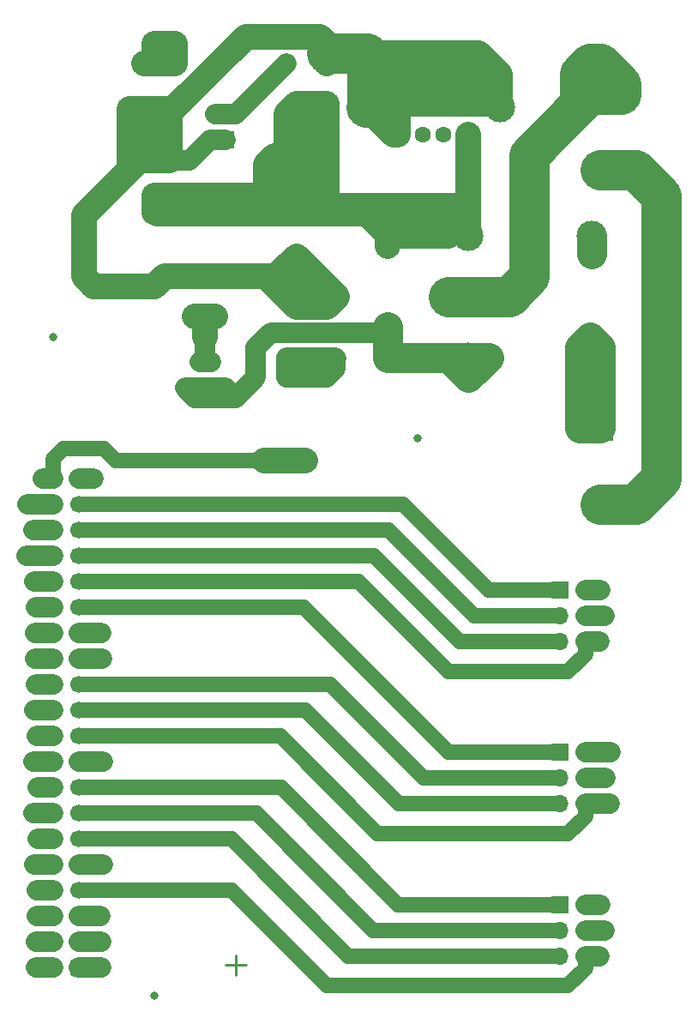
<source format=gbr>
%TF.GenerationSoftware,KiCad,Pcbnew,5.1.9*%
%TF.CreationDate,2021-04-25T21:33:00+02:00*%
%TF.ProjectId,splitter,73706c69-7474-4657-922e-6b696361645f,rev?*%
%TF.SameCoordinates,Original*%
%TF.FileFunction,Copper,L2,Bot*%
%TF.FilePolarity,Positive*%
%FSLAX46Y46*%
G04 Gerber Fmt 4.6, Leading zero omitted, Abs format (unit mm)*
G04 Created by KiCad (PCBNEW 5.1.9) date 2021-04-25 21:33:00*
%MOMM*%
%LPD*%
G01*
G04 APERTURE LIST*
%TA.AperFunction,ComponentPad*%
%ADD10C,2.500000*%
%TD*%
%TA.AperFunction,ComponentPad*%
%ADD11R,2.500000X2.500000*%
%TD*%
%TA.AperFunction,ComponentPad*%
%ADD12C,3.000000*%
%TD*%
%TA.AperFunction,ComponentPad*%
%ADD13C,1.800000*%
%TD*%
%TA.AperFunction,ComponentPad*%
%ADD14R,1.800000X1.800000*%
%TD*%
%TA.AperFunction,ComponentPad*%
%ADD15O,1.600000X1.600000*%
%TD*%
%TA.AperFunction,ComponentPad*%
%ADD16C,1.600000*%
%TD*%
%TA.AperFunction,ComponentPad*%
%ADD17C,2.000000*%
%TD*%
%TA.AperFunction,ComponentPad*%
%ADD18R,2.000000X2.000000*%
%TD*%
%TA.AperFunction,ComponentPad*%
%ADD19C,1.700000*%
%TD*%
%TA.AperFunction,ComponentPad*%
%ADD20O,1.800000X1.800000*%
%TD*%
%TA.AperFunction,ComponentPad*%
%ADD21R,1.700000X1.700000*%
%TD*%
%TA.AperFunction,ComponentPad*%
%ADD22O,1.700000X1.700000*%
%TD*%
%TA.AperFunction,ComponentPad*%
%ADD23C,2.600000*%
%TD*%
%TA.AperFunction,ComponentPad*%
%ADD24R,1.600000X1.600000*%
%TD*%
%TA.AperFunction,ViaPad*%
%ADD25C,0.800000*%
%TD*%
%TA.AperFunction,Conductor*%
%ADD26C,0.250000*%
%TD*%
%TA.AperFunction,Conductor*%
%ADD27C,2.000000*%
%TD*%
%TA.AperFunction,Conductor*%
%ADD28C,2.500000*%
%TD*%
%TA.AperFunction,Conductor*%
%ADD29C,1.500000*%
%TD*%
%TA.AperFunction,Conductor*%
%ADD30C,4.000000*%
%TD*%
%TA.AperFunction,Conductor*%
%ADD31C,3.000000*%
%TD*%
G04 APERTURE END LIST*
D10*
%TO.P,J7,2*%
%TO.N,/230V-N*%
X176000000Y-53500000D03*
D11*
%TO.P,J7,1*%
%TO.N,Net-(J7-Pad1)*%
X176000000Y-46000000D03*
%TD*%
D10*
%TO.P,J6,2*%
%TO.N,/230V-N*%
X176000000Y-86500000D03*
D11*
%TO.P,J6,1*%
%TO.N,/230V-L*%
X176000000Y-79000000D03*
%TD*%
D12*
%TO.P,K0,A2*%
%TO.N,Net-(D1-Pad2)*%
X163000000Y-72000000D03*
%TO.P,K0,14*%
%TO.N,/230V-L*%
X175200000Y-72000000D03*
%TO.P,K0,12*%
%TO.N,Net-(K0-Pad12)*%
X175200000Y-60000000D03*
%TO.P,K0,A1*%
%TO.N,/5V+*%
X163000000Y-60000000D03*
%TO.P,K0,11*%
%TO.N,Net-(J7-Pad1)*%
X161000000Y-66000000D03*
%TD*%
D13*
%TO.P,D2,2*%
%TO.N,Net-(D2-Pad2)*%
X137000000Y-72460000D03*
D14*
%TO.P,D2,1*%
%TO.N,Net-(D1-Pad2)*%
X137000000Y-75000000D03*
%TD*%
D15*
%TO.P,R1,2*%
%TO.N,/5V+*%
X137000000Y-57840000D03*
D16*
%TO.P,R1,1*%
%TO.N,Net-(D2-Pad2)*%
X137000000Y-68000000D03*
%TD*%
D17*
%TO.P,C3,2*%
%TO.N,Earth*%
X146000000Y-62000000D03*
D18*
%TO.P,C3,1*%
%TO.N,/5V+*%
X146000000Y-57000000D03*
%TD*%
D16*
%TO.P,C0,2*%
%TO.N,Earth*%
X149000000Y-42000000D03*
%TO.P,C0,1*%
%TO.N,/5V+*%
X149000000Y-47000000D03*
%TD*%
D19*
%TO.P,J0,40*%
%TO.N,/SIREN_gpio:21*%
X122000000Y-84000000D03*
%TO.P,J0,38*%
%TO.N,Net-(J0-Pad38)*%
X122000000Y-86540000D03*
%TO.P,J0,36*%
%TO.N,Net-(J0-Pad36)*%
X122000000Y-89080000D03*
%TO.P,J0,34*%
%TO.N,Net-(J0-Pad34)*%
X122000000Y-91620000D03*
%TO.P,J0,32*%
%TO.N,Net-(J0-Pad32)*%
X122000000Y-94160000D03*
%TO.P,J0,30*%
%TO.N,Net-(J0-Pad30)*%
X122000000Y-96700000D03*
%TO.P,J0,28*%
%TO.N,Net-(J0-Pad28)*%
X122000000Y-99240000D03*
%TO.P,J0,26*%
%TO.N,Net-(J0-Pad26)*%
X122000000Y-101780000D03*
%TO.P,J0,24*%
%TO.N,Net-(J0-Pad24)*%
X122000000Y-104320000D03*
%TO.P,J0,22*%
%TO.N,Net-(J0-Pad22)*%
X122000000Y-106860000D03*
%TO.P,J0,20*%
%TO.N,Net-(J0-Pad20)*%
X122000000Y-109400000D03*
%TO.P,J0,18*%
%TO.N,Net-(J0-Pad18)*%
X122000000Y-111940000D03*
%TO.P,J0,16*%
%TO.N,Net-(J0-Pad16)*%
X122000000Y-114480000D03*
%TO.P,J0,14*%
%TO.N,Net-(J0-Pad14)*%
X122000000Y-117020000D03*
%TO.P,J0,12*%
%TO.N,Net-(J0-Pad12)*%
X122000000Y-119560000D03*
%TO.P,J0,10*%
%TO.N,Net-(J0-Pad10)*%
X122000000Y-122100000D03*
%TO.P,J0,8*%
%TO.N,Net-(J0-Pad8)*%
X122000000Y-124640000D03*
%TO.P,J0,6*%
%TO.N,Net-(J0-Pad6)*%
X122000000Y-127180000D03*
%TO.P,J0,4*%
%TO.N,Net-(J0-Pad4)*%
X122000000Y-129720000D03*
%TO.P,J0,2*%
%TO.N,Net-(J0-Pad2)*%
X122000000Y-132260000D03*
%TO.P,J0,39*%
%TO.N,Net-(J0-Pad39)*%
X124540000Y-84000000D03*
%TO.P,J0,37*%
%TO.N,/seg:3_bit:d_gpio:26*%
X124540000Y-86540000D03*
%TO.P,J0,35*%
%TO.N,/seg:3_bit:c_gpio:19*%
X124540000Y-89080000D03*
%TO.P,J0,33*%
%TO.N,/seg:3_bit:b_gpio:13*%
X124540000Y-91620000D03*
%TO.P,J0,31*%
%TO.N,/seg:3_bit:a_gpio:06*%
X124540000Y-94160000D03*
%TO.P,J0,29*%
%TO.N,/seg:2_bit:d_gpio:05*%
X124540000Y-96700000D03*
%TO.P,J0,27*%
%TO.N,Net-(J0-Pad27)*%
X124540000Y-99240000D03*
%TO.P,J0,25*%
%TO.N,Net-(J0-Pad25)*%
X124540000Y-101780000D03*
%TO.P,J0,23*%
%TO.N,/seg:2_bit:c_gpio:11*%
X124540000Y-104320000D03*
%TO.P,J0,21*%
%TO.N,/seg:2_bit:b_gpio:09*%
X124540000Y-106860000D03*
%TO.P,J0,19*%
%TO.N,/seg:2_bit:a_gpio:10*%
X124540000Y-109400000D03*
%TO.P,J0,17*%
%TO.N,Net-(J0-Pad17)*%
X124540000Y-111940000D03*
%TO.P,J0,15*%
%TO.N,/seg:1_bit:d_gpio:22*%
X124540000Y-114480000D03*
%TO.P,J0,13*%
%TO.N,/seg:1_bit:c_gpio:27*%
X124540000Y-117020000D03*
%TO.P,J0,11*%
%TO.N,/seg:1_bit:b_gpio:17*%
X124540000Y-119560000D03*
%TO.P,J0,9*%
%TO.N,Net-(J0-Pad9)*%
X124540000Y-122100000D03*
%TO.P,J0,7*%
%TO.N,/seg:1_bit:a_gpio:04*%
X124540000Y-124640000D03*
%TO.P,J0,5*%
%TO.N,Net-(J0-Pad5)*%
X124540000Y-127180000D03*
%TO.P,J0,3*%
%TO.N,Net-(J0-Pad3)*%
X124540000Y-129720000D03*
%TO.P,J0,1*%
%TO.N,Net-(J0-Pad1)*%
%TA.AperFunction,ComponentPad*%
G36*
G01*
X125390000Y-131660000D02*
X125390000Y-132860000D01*
G75*
G02*
X125140000Y-133110000I-250000J0D01*
G01*
X123940000Y-133110000D01*
G75*
G02*
X123690000Y-132860000I0J250000D01*
G01*
X123690000Y-131660000D01*
G75*
G02*
X123940000Y-131410000I250000J0D01*
G01*
X125140000Y-131410000D01*
G75*
G02*
X125390000Y-131660000I0J-250000D01*
G01*
G37*
%TD.AperFunction*%
%TD*%
D14*
%TO.P,D0,1*%
%TO.N,Earth*%
X139000000Y-50540000D03*
D13*
%TO.P,D0,2*%
%TO.N,Net-(D0-Pad2)*%
X139000000Y-48000000D03*
%TD*%
D14*
%TO.P,D1,1*%
%TO.N,/5V+*%
X155000000Y-59840000D03*
D20*
%TO.P,D1,2*%
%TO.N,Net-(D1-Pad2)*%
X155000000Y-70000000D03*
%TD*%
D21*
%TO.P,J1,1*%
%TO.N,/seg:1_bit:d_gpio:22*%
X172000000Y-126000000D03*
D22*
%TO.P,J1,2*%
%TO.N,Net-(J1-Pad2)*%
X174540000Y-126000000D03*
%TO.P,J1,3*%
%TO.N,/seg:1_bit:c_gpio:27*%
X172000000Y-128540000D03*
%TO.P,J1,4*%
%TO.N,Net-(J1-Pad4)*%
X174540000Y-128540000D03*
%TO.P,J1,5*%
%TO.N,/seg:1_bit:b_gpio:17*%
X172000000Y-131080000D03*
%TO.P,J1,6*%
%TO.N,/seg:1_bit:a_gpio:04*%
X174540000Y-131080000D03*
%TD*%
%TO.P,J2,6*%
%TO.N,/seg:2_bit:a_gpio:10*%
X174540000Y-116080000D03*
%TO.P,J2,5*%
%TO.N,/seg:2_bit:b_gpio:09*%
X172000000Y-116080000D03*
%TO.P,J2,4*%
%TO.N,Net-(J2-Pad4)*%
X174540000Y-113540000D03*
%TO.P,J2,3*%
%TO.N,/seg:2_bit:c_gpio:11*%
X172000000Y-113540000D03*
%TO.P,J2,2*%
%TO.N,Net-(J2-Pad2)*%
X174540000Y-111000000D03*
D21*
%TO.P,J2,1*%
%TO.N,/seg:2_bit:d_gpio:05*%
X172000000Y-111000000D03*
%TD*%
%TO.P,J3,1*%
%TO.N,/seg:3_bit:d_gpio:26*%
X172000000Y-95000000D03*
D22*
%TO.P,J3,2*%
%TO.N,Net-(J3-Pad2)*%
X174540000Y-95000000D03*
%TO.P,J3,3*%
%TO.N,/seg:3_bit:c_gpio:19*%
X172000000Y-97540000D03*
%TO.P,J3,4*%
%TO.N,Net-(J3-Pad4)*%
X174540000Y-97540000D03*
%TO.P,J3,5*%
%TO.N,/seg:3_bit:b_gpio:13*%
X172000000Y-100080000D03*
%TO.P,J3,6*%
%TO.N,/seg:3_bit:a_gpio:06*%
X174540000Y-100080000D03*
%TD*%
D23*
%TO.P,J4,1*%
%TO.N,/12V+*%
X132020000Y-42380000D03*
%TO.P,J4,2*%
%TO.N,Earth*%
X132020000Y-47460000D03*
%TO.P,J4,3*%
X132020000Y-52540000D03*
%TO.P,J4,4*%
%TO.N,/5V+*%
X132020000Y-57620000D03*
%TD*%
D12*
%TO.P,J5,5*%
%TO.N,Earth*%
X152930000Y-47290000D03*
X166070000Y-47290000D03*
D24*
%TO.P,J5,1*%
%TO.N,/5V+*%
X163000000Y-50000000D03*
D16*
%TO.P,J5,2*%
%TO.N,Net-(J5-Pad2)*%
X160500000Y-50000000D03*
%TO.P,J5,3*%
%TO.N,Net-(J5-Pad3)*%
X158500000Y-50000000D03*
%TO.P,J5,4*%
%TO.N,Earth*%
X156000000Y-50000000D03*
%TD*%
D14*
%TO.P,Q1,1*%
%TO.N,Earth*%
X149000000Y-67000000D03*
D20*
%TO.P,Q1,2*%
%TO.N,Net-(D1-Pad2)*%
X149000000Y-69540000D03*
%TO.P,Q1,3*%
%TO.N,Net-(Q1-Pad3)*%
X149000000Y-72080000D03*
%TD*%
D16*
%TO.P,R0,1*%
%TO.N,Net-(D0-Pad2)*%
X145000000Y-43000000D03*
D15*
%TO.P,R0,2*%
%TO.N,/5V+*%
X145000000Y-53160000D03*
%TD*%
D16*
%TO.P,R2,1*%
%TO.N,Net-(Q1-Pad3)*%
X145000000Y-72000000D03*
D15*
%TO.P,R2,2*%
%TO.N,/SIREN_gpio:21*%
X145000000Y-82160000D03*
%TD*%
D25*
%TO.N,*%
X132000000Y-135000000D03*
X122000000Y-70000000D03*
X158000000Y-80000000D03*
%TD*%
D26*
%TO.N,*%
X140000000Y-131000000D02*
X140000000Y-133000000D01*
X141000000Y-132000000D02*
X139000000Y-132000000D01*
D27*
%TO.N,Earth*%
X149000000Y-67000000D02*
X148000000Y-67000000D01*
D28*
X132020000Y-47460000D02*
X132020000Y-52540000D01*
D29*
X149000000Y-67000000D02*
X149000000Y-66000000D01*
X149000000Y-66000000D02*
X148000000Y-65000000D01*
X148000000Y-65000000D02*
X148000000Y-67000000D01*
X148000000Y-65000000D02*
X146000000Y-65000000D01*
X148000000Y-67000000D02*
X146000000Y-65000000D01*
D28*
X146000000Y-62000000D02*
X145000000Y-63000000D01*
X146000000Y-63000000D02*
X147000000Y-63000000D01*
X147000000Y-63000000D02*
X148000000Y-64000000D01*
X146000000Y-62000000D02*
X147000000Y-63000000D01*
X146000000Y-63000000D02*
X146000000Y-62000000D01*
X148000000Y-64000000D02*
X146000000Y-62000000D01*
X132020000Y-47460000D02*
X133540000Y-47460000D01*
X145000000Y-63000000D02*
X144000000Y-64000000D01*
X144000000Y-64000000D02*
X134000000Y-64000000D01*
X145000000Y-64000000D02*
X146000000Y-65000000D01*
X134000000Y-64000000D02*
X133000000Y-64000000D01*
X133000000Y-64000000D02*
X132000000Y-65000000D01*
X132000000Y-65000000D02*
X126000000Y-65000000D01*
X126000000Y-65000000D02*
X125000000Y-64000000D01*
X125000000Y-64000000D02*
X125000000Y-58000000D01*
X130460000Y-52540000D02*
X132020000Y-52540000D01*
X146000000Y-67000000D02*
X143000000Y-64000000D01*
X149000000Y-67000000D02*
X146000000Y-67000000D01*
X143000000Y-64000000D02*
X145000000Y-64000000D01*
X134000000Y-64000000D02*
X143000000Y-64000000D01*
X146000000Y-62000000D02*
X150000000Y-66000000D01*
X150000000Y-66000000D02*
X149000000Y-67000000D01*
X132020000Y-47460000D02*
X129540000Y-47460000D01*
X129500000Y-47500000D02*
X129500000Y-53500000D01*
X129540000Y-47460000D02*
X129500000Y-47500000D01*
X129500000Y-53500000D02*
X130460000Y-52540000D01*
X125000000Y-58000000D02*
X129500000Y-53500000D01*
X132020000Y-52540000D02*
X133540000Y-52540000D01*
X133540000Y-52540000D02*
X133540000Y-47460000D01*
X149000000Y-42000000D02*
X149000000Y-41000000D01*
X149000000Y-42000000D02*
X149000000Y-43000000D01*
D27*
X139000000Y-50540000D02*
X137460000Y-50540000D01*
X135460000Y-52540000D02*
X132020000Y-52540000D01*
X137460000Y-50540000D02*
X135460000Y-52540000D01*
D28*
X133858477Y-47460000D02*
X141000000Y-40318477D01*
X132020000Y-47460000D02*
X133858477Y-47460000D01*
X148318477Y-40318477D02*
X149000000Y-41000000D01*
X141000000Y-40318477D02*
X148318477Y-40318477D01*
D30*
X149000000Y-42000000D02*
X153000000Y-42000000D01*
X153000000Y-47220000D02*
X152930000Y-47290000D01*
D28*
X155640000Y-50000000D02*
X152930000Y-47290000D01*
X156000000Y-50000000D02*
X155640000Y-50000000D01*
X156000000Y-50000000D02*
X156000000Y-47000000D01*
X153220000Y-47000000D02*
X153000000Y-47220000D01*
X156000000Y-47000000D02*
X153220000Y-47000000D01*
X165780000Y-47000000D02*
X166070000Y-47290000D01*
X156000000Y-47000000D02*
X165780000Y-47000000D01*
X166070000Y-47290000D02*
X166070000Y-46070000D01*
X166000000Y-46000000D02*
X153000000Y-46000000D01*
X166070000Y-46070000D02*
X166000000Y-46000000D01*
D30*
X153000000Y-46000000D02*
X153000000Y-47220000D01*
D28*
X166070000Y-47290000D02*
X166070000Y-44070000D01*
X165140000Y-45000000D02*
X153000000Y-45000000D01*
X166070000Y-44070000D02*
X165140000Y-45000000D01*
D30*
X153000000Y-45000000D02*
X153000000Y-46000000D01*
X153000000Y-42000000D02*
X153000000Y-45000000D01*
D28*
X164000000Y-42000000D02*
X166070000Y-44070000D01*
X153000000Y-42000000D02*
X164000000Y-42000000D01*
X166070000Y-44070000D02*
X155070000Y-44070000D01*
D27*
%TO.N,Net-(D0-Pad2)*%
X139000000Y-48000000D02*
X138000000Y-48000000D01*
X138000000Y-48000000D02*
X140000000Y-48000000D01*
X145000000Y-43000000D02*
X140000000Y-48000000D01*
D28*
%TO.N,/12V+*%
X132020000Y-42380000D02*
X132020000Y-41020000D01*
X132020000Y-41020000D02*
X132040000Y-41000000D01*
X132040000Y-41000000D02*
X134000000Y-41000000D01*
X134000000Y-41000000D02*
X134000000Y-43000000D01*
X134000000Y-43000000D02*
X131000000Y-43000000D01*
D27*
%TO.N,Net-(D1-Pad2)*%
X155000000Y-72000000D02*
X162000000Y-72000000D01*
X154540000Y-69540000D02*
X155000000Y-70000000D01*
X149000000Y-69540000D02*
X154540000Y-69540000D01*
X137000000Y-75000000D02*
X135000000Y-75000000D01*
X135000000Y-75000000D02*
X136000000Y-76000000D01*
X136000000Y-76000000D02*
X139000000Y-76000000D01*
X139000000Y-75000000D02*
X137000000Y-75000000D01*
X142000000Y-74000000D02*
X140000000Y-76000000D01*
X140000000Y-76000000D02*
X139000000Y-75000000D01*
X142000000Y-71000000D02*
X142000000Y-74000000D01*
X143460000Y-69540000D02*
X142000000Y-71000000D01*
X149000000Y-69540000D02*
X143460000Y-69540000D01*
X140000000Y-76000000D02*
X136000000Y-76000000D01*
D28*
X155000000Y-70000000D02*
X155000000Y-69000000D01*
X155000000Y-70000000D02*
X155000000Y-72000000D01*
D31*
X155000000Y-72000000D02*
X155000000Y-69000000D01*
X163000000Y-72000000D02*
X165000000Y-72000000D01*
X163000000Y-72000000D02*
X163000000Y-74000000D01*
X163000000Y-74000000D02*
X165000000Y-72000000D01*
X163000000Y-74000000D02*
X161000000Y-72000000D01*
X161000000Y-72000000D02*
X155000000Y-72000000D01*
X163000000Y-72000000D02*
X161000000Y-72000000D01*
D27*
%TO.N,Net-(D2-Pad2)*%
X137000000Y-71000000D02*
X137000000Y-72460000D01*
D28*
X137000000Y-68000000D02*
X137000000Y-70000000D01*
D27*
X137000000Y-71000000D02*
X137000000Y-70000000D01*
D28*
X137000000Y-68000000D02*
X136000000Y-68000000D01*
X136000000Y-68000000D02*
X138000000Y-68000000D01*
D27*
X137000000Y-72460000D02*
X136460000Y-72460000D01*
X137000000Y-72460000D02*
X137540000Y-72460000D01*
%TO.N,Net-(J0-Pad1)*%
X124540000Y-132260000D02*
X125260000Y-132260000D01*
X124540000Y-132260000D02*
X126740000Y-132260000D01*
%TO.N,Net-(J0-Pad2)*%
X122000000Y-132260000D02*
X121260000Y-132260000D01*
X122000000Y-132260000D02*
X120740000Y-132260000D01*
X122000000Y-132260000D02*
X120260000Y-132260000D01*
%TO.N,Net-(J0-Pad3)*%
X124540000Y-129720000D02*
X125720000Y-129720000D01*
X124540000Y-129720000D02*
X126720000Y-129720000D01*
%TO.N,Net-(J0-Pad4)*%
X122000000Y-129720000D02*
X121280000Y-129720000D01*
X122000000Y-129720000D02*
X120280000Y-129720000D01*
%TO.N,Net-(J0-Pad5)*%
X124540000Y-127180000D02*
X125820000Y-127180000D01*
X124540000Y-127180000D02*
X126660010Y-127180000D01*
%TO.N,Net-(J0-Pad6)*%
X122000000Y-127180000D02*
X121180000Y-127180000D01*
X122000000Y-127180000D02*
X120339990Y-127180000D01*
D29*
%TO.N,/seg:1_bit:a_gpio:04*%
X172822081Y-134000000D02*
X174540000Y-132282081D01*
X149000000Y-134000000D02*
X172822081Y-134000000D01*
X139640000Y-124640000D02*
X149000000Y-134000000D01*
X174540000Y-132282081D02*
X174540000Y-131080000D01*
X124540000Y-124640000D02*
X139640000Y-124640000D01*
D27*
X174540000Y-131080000D02*
X175920000Y-131080000D01*
%TO.N,Net-(J0-Pad8)*%
X122000000Y-124640000D02*
X120360000Y-124640000D01*
%TO.N,Net-(J0-Pad9)*%
X124540000Y-122100000D02*
X125900000Y-122100000D01*
X124540000Y-122100000D02*
X126900000Y-122100000D01*
%TO.N,Net-(J0-Pad10)*%
X122000000Y-122100000D02*
X121100000Y-122100000D01*
X122000000Y-122100000D02*
X120100000Y-122100000D01*
D29*
%TO.N,/seg:1_bit:b_gpio:17*%
X151080000Y-131080000D02*
X165000000Y-131080000D01*
X139560000Y-119560000D02*
X151080000Y-131080000D01*
X124540000Y-119560000D02*
X139560000Y-119560000D01*
X165000000Y-131080000D02*
X172000000Y-131080000D01*
D27*
%TO.N,Net-(J0-Pad12)*%
X122000000Y-119560000D02*
X120440000Y-119560000D01*
D29*
%TO.N,/seg:1_bit:c_gpio:27*%
X124540000Y-117020000D02*
X142020000Y-117020000D01*
X153540000Y-128540000D02*
X165000000Y-128540000D01*
X142020000Y-117020000D02*
X153540000Y-128540000D01*
X165000000Y-128540000D02*
X172000000Y-128540000D01*
D27*
%TO.N,Net-(J0-Pad14)*%
X122000000Y-117020000D02*
X121020000Y-117020000D01*
X122000000Y-117020000D02*
X120020000Y-117020000D01*
D29*
%TO.N,/seg:1_bit:d_gpio:22*%
X124540000Y-114480000D02*
X144480000Y-114480000D01*
X156000000Y-126000000D02*
X165000000Y-126000000D01*
X144480000Y-114480000D02*
X156000000Y-126000000D01*
X165000000Y-126000000D02*
X172000000Y-126000000D01*
D27*
%TO.N,Net-(J0-Pad16)*%
X122000000Y-114480000D02*
X120480000Y-114480000D01*
%TO.N,Net-(J0-Pad17)*%
X124540000Y-111940000D02*
X125940000Y-111940000D01*
X124540000Y-111940000D02*
X126940000Y-111940000D01*
%TO.N,Net-(J0-Pad18)*%
X122000000Y-111940000D02*
X121060000Y-111940000D01*
X122000000Y-111940000D02*
X120060000Y-111940000D01*
%TO.N,/seg:2_bit:a_gpio:10*%
X174540000Y-116080000D02*
X176920000Y-116080000D01*
D29*
X174540000Y-117282081D02*
X174540000Y-116080000D01*
X172822081Y-119000000D02*
X174540000Y-117282081D01*
X144400000Y-109400000D02*
X154000000Y-119000000D01*
X154000000Y-119000000D02*
X172822081Y-119000000D01*
X124540000Y-109400000D02*
X144400000Y-109400000D01*
D27*
%TO.N,Net-(J0-Pad20)*%
X122000000Y-109400000D02*
X120400000Y-109400000D01*
D29*
%TO.N,/seg:2_bit:b_gpio:09*%
X124540000Y-106860000D02*
X146860000Y-106860000D01*
X156080000Y-116080000D02*
X165000000Y-116080000D01*
X146860000Y-106860000D02*
X156080000Y-116080000D01*
X165000000Y-116080000D02*
X172000000Y-116080000D01*
D27*
%TO.N,Net-(J0-Pad22)*%
X122000000Y-106860000D02*
X121140000Y-106860000D01*
X122000000Y-106860000D02*
X120140000Y-106860000D01*
D29*
%TO.N,/seg:2_bit:c_gpio:11*%
X124540000Y-104320000D02*
X149320000Y-104320000D01*
X158540000Y-113540000D02*
X165000000Y-113540000D01*
X149320000Y-104320000D02*
X158540000Y-113540000D01*
X165000000Y-113540000D02*
X172000000Y-113540000D01*
D27*
%TO.N,Net-(J0-Pad24)*%
X122000000Y-104320000D02*
X120320000Y-104320000D01*
%TO.N,Net-(J0-Pad25)*%
X124540000Y-101780000D02*
X125780000Y-101780000D01*
X124540000Y-101780000D02*
X126780000Y-101780000D01*
%TO.N,Net-(J0-Pad26)*%
X122000000Y-101780000D02*
X120220000Y-101780000D01*
%TO.N,Net-(J0-Pad27)*%
X124540000Y-99240000D02*
X126760000Y-99240000D01*
%TO.N,Net-(J0-Pad28)*%
X122000000Y-99240000D02*
X120240000Y-99240000D01*
D29*
%TO.N,/seg:2_bit:d_gpio:05*%
X124540000Y-96700000D02*
X146700000Y-96700000D01*
X161000000Y-111000000D02*
X165000000Y-111000000D01*
X146700000Y-96700000D02*
X161000000Y-111000000D01*
X165000000Y-111000000D02*
X172000000Y-111000000D01*
D27*
%TO.N,Net-(J0-Pad30)*%
X122000000Y-96700000D02*
X120300000Y-96700000D01*
D29*
%TO.N,/seg:3_bit:a_gpio:06*%
X174540000Y-101282081D02*
X174540000Y-100080000D01*
X172822081Y-103000000D02*
X174540000Y-101282081D01*
X161000000Y-103000000D02*
X172822081Y-103000000D01*
X152160000Y-94160000D02*
X161000000Y-103000000D01*
X124540000Y-94160000D02*
X152160000Y-94160000D01*
D27*
X174540000Y-100080000D02*
X175920000Y-100080000D01*
%TO.N,Net-(J0-Pad32)*%
X122000000Y-94160000D02*
X120160000Y-94160000D01*
D29*
%TO.N,/seg:3_bit:b_gpio:13*%
X124540000Y-91620000D02*
X153620000Y-91620000D01*
X162080000Y-100080000D02*
X165000000Y-100080000D01*
X153620000Y-91620000D02*
X162080000Y-100080000D01*
X165000000Y-100080000D02*
X172000000Y-100080000D01*
D27*
%TO.N,Net-(J0-Pad34)*%
X122000000Y-91620000D02*
X119380000Y-91620000D01*
D29*
%TO.N,/seg:3_bit:c_gpio:19*%
X124540000Y-89080000D02*
X155080000Y-89080000D01*
X163540000Y-97540000D02*
X165000000Y-97540000D01*
X155080000Y-89080000D02*
X163540000Y-97540000D01*
X165000000Y-97540000D02*
X172000000Y-97540000D01*
D27*
%TO.N,Net-(J0-Pad36)*%
X122000000Y-89080000D02*
X120080000Y-89080000D01*
D29*
%TO.N,/seg:3_bit:d_gpio:26*%
X165000000Y-95000000D02*
X172000000Y-95000000D01*
X156540000Y-86540000D02*
X165000000Y-95000000D01*
X124540000Y-86540000D02*
X156540000Y-86540000D01*
D27*
%TO.N,Net-(J0-Pad38)*%
X122000000Y-86540000D02*
X119460000Y-86540000D01*
%TO.N,Net-(J0-Pad39)*%
X124540000Y-84000000D02*
X126000000Y-84000000D01*
D29*
%TO.N,/SIREN_gpio:21*%
X128160000Y-82160000D02*
X127000000Y-81000000D01*
X127000000Y-81000000D02*
X123000000Y-81000000D01*
X122000000Y-82000000D02*
X122000000Y-84000000D01*
X123000000Y-81000000D02*
X122000000Y-82000000D01*
X142840000Y-82160000D02*
X128160000Y-82160000D01*
D27*
X122000000Y-84000000D02*
X121000000Y-84000000D01*
D28*
X145000000Y-82160000D02*
X142840000Y-82160000D01*
X145000000Y-82160000D02*
X146840000Y-82160000D01*
%TO.N,/5V+*%
X152160000Y-57000000D02*
X155000000Y-59840000D01*
X151000000Y-57000000D02*
X152160000Y-57000000D01*
X150380000Y-57620000D02*
X151000000Y-57000000D01*
X146000000Y-57000000D02*
X145380000Y-57620000D01*
X146760000Y-57000000D02*
X147380000Y-57620000D01*
X146000000Y-57000000D02*
X146760000Y-57000000D01*
X147380000Y-57620000D02*
X150380000Y-57620000D01*
X145380000Y-57620000D02*
X147380000Y-57620000D01*
X145000000Y-57000000D02*
X144380000Y-57620000D01*
X146000000Y-57000000D02*
X145000000Y-57000000D01*
X144380000Y-57620000D02*
X145380000Y-57620000D01*
X132020000Y-57620000D02*
X144380000Y-57620000D01*
X132240000Y-57840000D02*
X132020000Y-57620000D01*
X137000000Y-57840000D02*
X132240000Y-57840000D01*
X151320000Y-57840000D02*
X152160000Y-57000000D01*
X137000000Y-57840000D02*
X151320000Y-57840000D01*
X153000000Y-57840000D02*
X155000000Y-59840000D01*
X151320000Y-57840000D02*
X153000000Y-57840000D01*
X132020000Y-57620000D02*
X132020000Y-56020000D01*
X149000000Y-47000000D02*
X146000000Y-47000000D01*
X146000000Y-47000000D02*
X145000000Y-48000000D01*
X145000000Y-48000000D02*
X145000000Y-52160000D01*
X145000000Y-56000000D02*
X146000000Y-57000000D01*
X145000000Y-52160000D02*
X145000000Y-56000000D01*
X145000000Y-54040000D02*
X146980000Y-56020000D01*
X145000000Y-54040000D02*
X143020000Y-56020000D01*
X145000000Y-52160000D02*
X145000000Y-54040000D01*
X143020000Y-56020000D02*
X146980000Y-56020000D01*
X132020000Y-56020000D02*
X143020000Y-56020000D01*
X145000000Y-52160000D02*
X146160000Y-52160000D01*
X146980000Y-52980000D02*
X146980000Y-56020000D01*
X146160000Y-52160000D02*
X146980000Y-52980000D01*
X145000000Y-52160000D02*
X143840000Y-52160000D01*
X143840000Y-52160000D02*
X143000000Y-53000000D01*
X143000000Y-56000000D02*
X143020000Y-56020000D01*
X143000000Y-53000000D02*
X143000000Y-56000000D01*
X152160000Y-57000000D02*
X153000000Y-57840000D01*
X146000000Y-57000000D02*
X152160000Y-57000000D01*
X163000000Y-52000000D02*
X163000000Y-58000000D01*
X155160000Y-60000000D02*
X155000000Y-59840000D01*
X163000000Y-58000000D02*
X161000000Y-60000000D01*
X161000000Y-60000000D02*
X159000000Y-60000000D01*
X159000000Y-60000000D02*
X155160000Y-60000000D01*
X162840000Y-57840000D02*
X163000000Y-58000000D01*
X153000000Y-57840000D02*
X162840000Y-57840000D01*
X162000000Y-57000000D02*
X162840000Y-57840000D01*
X151000000Y-57000000D02*
X162000000Y-57000000D01*
X146980000Y-52980000D02*
X146980000Y-54220000D01*
X155000000Y-59840000D02*
X155000000Y-61000000D01*
X149000000Y-56000000D02*
X148880000Y-56120000D01*
X149000000Y-47000000D02*
X149000000Y-56000000D01*
X148880000Y-56120000D02*
X150380000Y-57620000D01*
X146980000Y-54220000D02*
X148880000Y-56120000D01*
X146980000Y-50020000D02*
X146980000Y-52980000D01*
X146000000Y-51000000D02*
X146980000Y-50020000D01*
X147000000Y-49000000D02*
X146000000Y-49000000D01*
X149000000Y-47000000D02*
X147000000Y-49000000D01*
X146000000Y-49000000D02*
X146000000Y-51000000D01*
X146000000Y-47000000D02*
X146000000Y-49000000D01*
X163000000Y-50000000D02*
X163000000Y-52000000D01*
X163000000Y-58000000D02*
X163000000Y-59000000D01*
D31*
%TO.N,Net-(K0-Pad12)*%
X175200000Y-60000000D02*
X175200000Y-61800000D01*
D27*
%TO.N,Net-(Q1-Pad3)*%
X147080000Y-74000000D02*
X145000000Y-74000000D01*
X145000000Y-74000000D02*
X145000000Y-72000000D01*
X149000000Y-72080000D02*
X149920000Y-72080000D01*
X149920000Y-72080000D02*
X149000000Y-73000000D01*
X149000000Y-73000000D02*
X149000000Y-74000000D01*
X149000000Y-74000000D02*
X148000000Y-74000000D01*
X149000000Y-72080000D02*
X146080000Y-72080000D01*
X147080000Y-73080000D02*
X147080000Y-74000000D01*
X146080000Y-72080000D02*
X147080000Y-73080000D01*
X149000000Y-74000000D02*
X147080000Y-74000000D01*
X149840000Y-72000000D02*
X149920000Y-72080000D01*
X145000000Y-72000000D02*
X149840000Y-72000000D01*
X149840000Y-72000000D02*
X149840000Y-73160000D01*
X149000000Y-74000000D02*
X149840000Y-73160000D01*
%TO.N,Net-(J1-Pad4)*%
X174540000Y-128540000D02*
X176460000Y-128540000D01*
%TO.N,Net-(J2-Pad4)*%
X174540000Y-113540000D02*
X176540000Y-113540000D01*
%TO.N,Net-(J3-Pad4)*%
X174540000Y-97540000D02*
X176460000Y-97540000D01*
%TO.N,Net-(J1-Pad2)*%
X174540000Y-126000000D02*
X176000000Y-126000000D01*
%TO.N,Net-(J2-Pad2)*%
X174540000Y-111000000D02*
X176000000Y-111000000D01*
X174540000Y-111000000D02*
X177000000Y-111000000D01*
%TO.N,Net-(J3-Pad2)*%
X174540000Y-95000000D02*
X176000000Y-95000000D01*
D30*
%TO.N,/230V-N*%
X176000000Y-53500000D02*
X179500000Y-53500000D01*
X179500000Y-53500000D02*
X182000000Y-56000000D01*
X182000000Y-56000000D02*
X182000000Y-84000000D01*
X179500000Y-86500000D02*
X176000000Y-86500000D01*
X182000000Y-84000000D02*
X179500000Y-86500000D01*
D31*
%TO.N,/230V-L*%
X176000000Y-79000000D02*
X174000000Y-79000000D01*
X174000000Y-79000000D02*
X174000000Y-72000000D01*
X174000000Y-72000000D02*
X175200000Y-72000000D01*
X175000000Y-71800000D02*
X175200000Y-72000000D01*
X175000000Y-70000000D02*
X175000000Y-71800000D01*
X176000000Y-71000000D02*
X175000000Y-70000000D01*
X176000000Y-79000000D02*
X176000000Y-71000000D01*
X174000000Y-71000000D02*
X175000000Y-70000000D01*
X174000000Y-72000000D02*
X174000000Y-71000000D01*
D30*
%TO.N,Net-(J7-Pad1)*%
X176000000Y-46000000D02*
X175000000Y-46000000D01*
X169000000Y-52000000D02*
X169000000Y-64000000D01*
X169000000Y-64000000D02*
X167000000Y-66000000D01*
X167000000Y-66000000D02*
X161000000Y-66000000D01*
X176000000Y-46000000D02*
X178000000Y-46000000D01*
X178000000Y-46000000D02*
X178000000Y-45000000D01*
X176000000Y-46000000D02*
X176000000Y-43000000D01*
X176000000Y-43000000D02*
X178000000Y-45000000D01*
X176000000Y-43000000D02*
X175000000Y-43000000D01*
X174000000Y-44000000D02*
X174000000Y-47000000D01*
X175000000Y-43000000D02*
X174000000Y-44000000D01*
X174000000Y-47000000D02*
X169000000Y-52000000D01*
X175000000Y-46000000D02*
X174000000Y-47000000D01*
%TD*%
M02*

</source>
